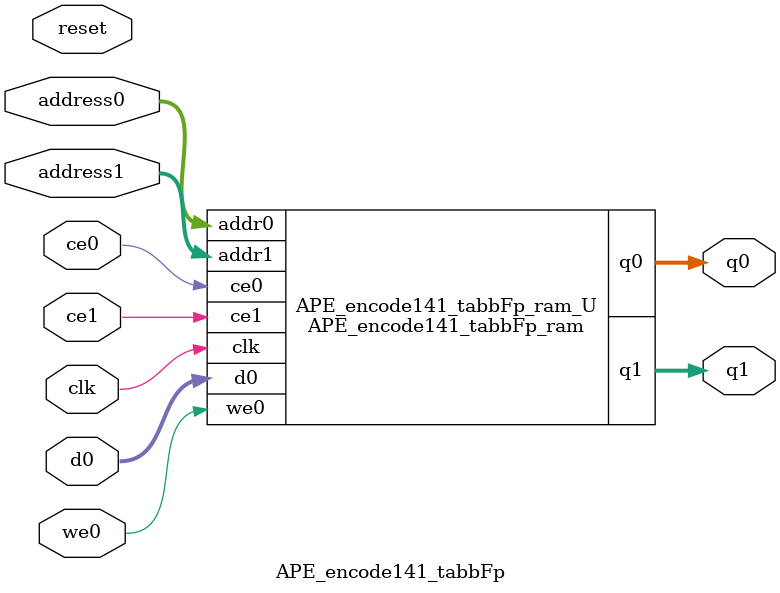
<source format=v>

`timescale 1 ns / 1 ps
module APE_encode141_tabbFp_ram (addr0, ce0, d0, we0, q0, addr1, ce1, q1,  clk);

parameter DWIDTH = 10;
parameter AWIDTH = 6;
parameter MEM_SIZE = 33;

input[AWIDTH-1:0] addr0;
input ce0;
input[DWIDTH-1:0] d0;
input we0;
output reg[DWIDTH-1:0] q0;
input[AWIDTH-1:0] addr1;
input ce1;
output reg[DWIDTH-1:0] q1;
input clk;

(* ram_style = "distributed" *)reg [DWIDTH-1:0] ram[0:MEM_SIZE-1];




always @(posedge clk)  
begin 
    if (ce0) 
    begin
        if (we0) 
        begin 
            ram[addr0] <= d0; 
            q0 <= d0;
        end 
        else 
            q0 <= ram[addr0];
    end
end


always @(posedge clk)  
begin 
    if (ce1) 
    begin
            q1 <= ram[addr1];
    end
end


endmodule


`timescale 1 ns / 1 ps
module APE_encode141_tabbFp(
    reset,
    clk,
    address0,
    ce0,
    we0,
    d0,
    q0,
    address1,
    ce1,
    q1);

parameter DataWidth = 32'd10;
parameter AddressRange = 32'd33;
parameter AddressWidth = 32'd6;
input reset;
input clk;
input[AddressWidth - 1:0] address0;
input ce0;
input we0;
input[DataWidth - 1:0] d0;
output[DataWidth - 1:0] q0;
input[AddressWidth - 1:0] address1;
input ce1;
output[DataWidth - 1:0] q1;



APE_encode141_tabbFp_ram APE_encode141_tabbFp_ram_U(
    .clk( clk ),
    .addr0( address0 ),
    .ce0( ce0 ),
    .d0( d0 ),
    .we0( we0 ),
    .q0( q0 ),
    .addr1( address1 ),
    .ce1( ce1 ),
    .q1( q1 ));

endmodule


</source>
